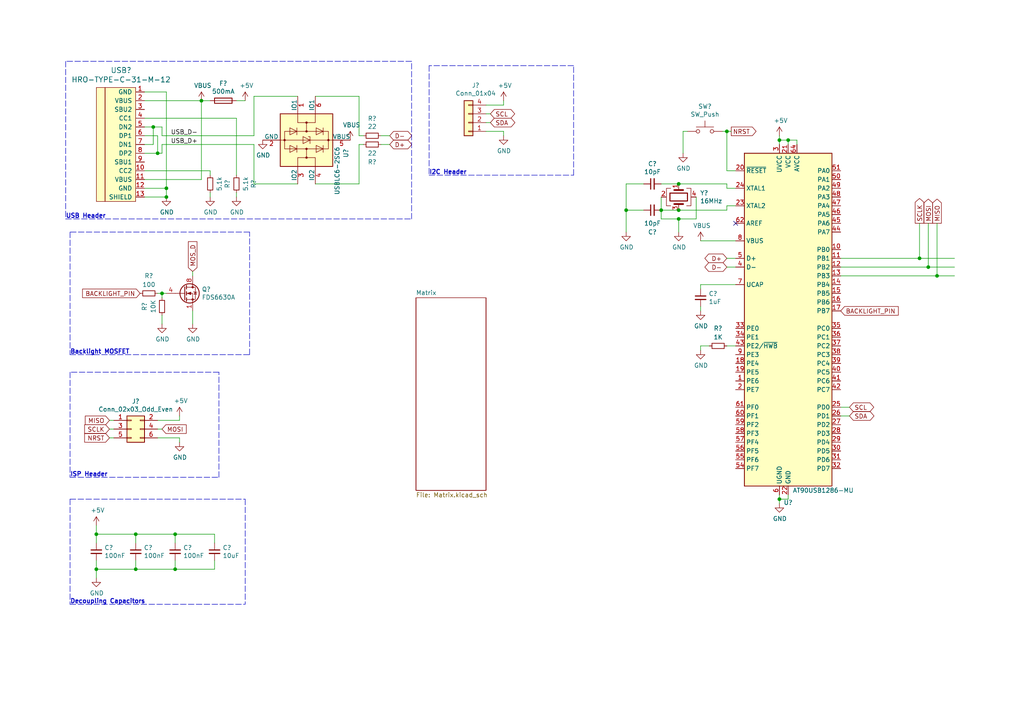
<source format=kicad_sch>
(kicad_sch (version 20211123) (generator eeschema)
  (paper "A4")
  (lib_symbols
    (symbol "Connector_Generic:Conn_01x04" (pin_names (offset 1.016) hide)
      (property "Reference" "J" (at 0 5.08 0))
      (property "Value" "Conn_01x04" (at 0 -7.62 0))
      (symbol "Conn_01x04_1_1"
        (rectangle (start -1.27 -4.953) (end 0 -5.207) (stroke (width 0.1524)))
        (rectangle (start -1.27 -2.413) (end 0 -2.667) (stroke (width 0.1524)))
        (rectangle (start -1.27 0.127) (end 0 -0.127) (stroke (width 0.1524)))
        (rectangle (start -1.27 2.667) (end 0 2.413) (stroke (width 0.1524)))
        (rectangle (start -1.27 3.81) (end 1.27 -6.35) (stroke (width 0.254)) (fill (type background)))
        (pin passive line (at -5.08 2.54 0) (length 3.81) (name "Pin_1") (number "1"))
        (pin passive line (at -5.08 0 0) (length 3.81) (name "Pin_2") (number "2"))
        (pin passive line (at -5.08 -2.54 0) (length 3.81) (name "Pin_3") (number "3"))
        (pin passive line (at -5.08 -5.08 0) (length 3.81) (name "Pin_4") (number "4"))
      )
    )
    (symbol "Connector_Generic:Conn_02x03_Odd_Even" (pin_names (offset 1.016) hide)
      (property "Reference" "J" (at 1.27 5.08 0))
      (property "Value" "Conn_02x03_Odd_Even" (at 1.27 -5.08 0))
      (symbol "Conn_02x03_Odd_Even_1_1"
        (rectangle (start -1.27 -2.413) (end 0 -2.667) (stroke (width 0.1524)))
        (rectangle (start -1.27 0.127) (end 0 -0.127) (stroke (width 0.1524)))
        (rectangle (start -1.27 2.667) (end 0 2.413) (stroke (width 0.1524)))
        (rectangle (start -1.27 3.81) (end 3.81 -3.81) (stroke (width 0.254)) (fill (type background)))
        (rectangle (start 3.81 -2.413) (end 2.54 -2.667) (stroke (width 0.1524)))
        (rectangle (start 3.81 0.127) (end 2.54 -0.127) (stroke (width 0.1524)))
        (rectangle (start 3.81 2.667) (end 2.54 2.413) (stroke (width 0.1524)))
        (pin passive line (at -5.08 2.54 0) (length 3.81) (name "Pin_1") (number "1"))
        (pin passive line (at 7.62 2.54 180) (length 3.81) (name "Pin_2") (number "2"))
        (pin passive line (at -5.08 0 0) (length 3.81) (name "Pin_3") (number "3"))
        (pin passive line (at 7.62 0 180) (length 3.81) (name "Pin_4") (number "4"))
        (pin passive line (at -5.08 -2.54 0) (length 3.81) (name "Pin_5") (number "5"))
        (pin passive line (at 7.62 -2.54 180) (length 3.81) (name "Pin_6") (number "6"))
      )
    )
    (symbol "Device:C_Small" (pin_numbers hide) (pin_names (offset 0.254) hide)
      (property "Reference" "C" (at 0.254 1.778 0))
      (property "Value" "C_Small" (at 0.254 -2.032 0))
      (symbol "C_Small_0_1"
        (polyline (pts (xy -1.524 -0.508) (xy 1.524 -0.508)) (stroke (width 0.3302)))
        (polyline (pts (xy -1.524 0.508) (xy 1.524 0.508)) (stroke (width 0.3048)))
      )
      (symbol "C_Small_1_1"
        (pin passive line (at 0 2.54 270) (length 2.032) (name "~") (number "1"))
        (pin passive line (at 0 -2.54 90) (length 2.032) (name "~") (number "2"))
      )
    )
    (symbol "Device:Crystal_GND24" (pin_names (offset 1.016) hide)
      (property "Reference" "Y" (at 3.175 5.08 0))
      (property "Value" "Crystal_GND24" (at 3.175 3.175 0))
      (symbol "Crystal_GND24_0_1"
        (rectangle (start -1.143 2.54) (end 1.143 -2.54) (stroke (width 0.3048)))
        (polyline (pts (xy -2.54 0) (xy -2.032 0)))
        (polyline (pts (xy -2.032 -1.27) (xy -2.032 1.27)) (stroke (width 0.508)))
        (polyline (pts (xy 0 -3.81) (xy 0 -3.556)))
        (polyline (pts (xy 0 3.556) (xy 0 3.81)))
        (polyline (pts (xy 2.032 -1.27) (xy 2.032 1.27)) (stroke (width 0.508)))
        (polyline (pts (xy 2.032 0) (xy 2.54 0)))
        (polyline (pts (xy -2.54 -2.286) (xy -2.54 -3.556) (xy 2.54 -3.556) (xy 2.54 -2.286)))
        (polyline (pts (xy -2.54 2.286) (xy -2.54 3.556) (xy 2.54 3.556) (xy 2.54 2.286)))
      )
      (symbol "Crystal_GND24_1_1"
        (pin passive line (at -3.81 0 0) (length 1.27) (name "1") (number "1"))
        (pin passive line (at 0 5.08 270) (length 1.27) (name "2") (number "2"))
        (pin passive line (at 3.81 0 180) (length 1.27) (name "3") (number "3"))
        (pin passive line (at 0 -5.08 90) (length 1.27) (name "4") (number "4"))
      )
    )
    (symbol "Device:Fuse" (pin_numbers hide) (pin_names (offset 0))
      (property "Reference" "F" (at 2.032 0 90))
      (property "Value" "Fuse" (at -1.905 0 90))
      (symbol "Fuse_0_1"
        (rectangle (start -0.762 -2.54) (end 0.762 2.54) (stroke (width 0.254)))
        (polyline (pts (xy 0 2.54) (xy 0 -2.54)))
      )
      (symbol "Fuse_1_1"
        (pin passive line (at 0 3.81 270) (length 1.27) (name "~") (number "1"))
        (pin passive line (at 0 -3.81 90) (length 1.27) (name "~") (number "2"))
      )
    )
    (symbol "Device:R_Small" (pin_numbers hide) (pin_names (offset 0.254) hide)
      (property "Reference" "R" (at 0.762 0.508 0))
      (property "Value" "R_Small" (at 0.762 -1.016 0))
      (symbol "R_Small_0_1"
        (rectangle (start -0.762 1.778) (end 0.762 -1.778) (stroke (width 0.2032)))
      )
      (symbol "R_Small_1_1"
        (pin passive line (at 0 2.54 270) (length 0.762) (name "~") (number "1"))
        (pin passive line (at 0 -2.54 90) (length 0.762) (name "~") (number "2"))
      )
    )
    (symbol "Switch:SW_Push" (pin_numbers hide) (pin_names (offset 1.016) hide)
      (property "Reference" "SW" (at 1.27 2.54 0))
      (property "Value" "SW_Push" (at 0 -1.524 0))
      (symbol "SW_Push_0_1"
        (circle (center -2.032 0) (radius 0.508))
        (polyline (pts (xy 0 1.27) (xy 0 3.048)))
        (polyline (pts (xy 2.54 1.27) (xy -2.54 1.27)))
        (circle (center 2.032 0) (radius 0.508))
        (pin passive line (at -5.08 0 0) (length 2.54) (name "1") (number "1"))
        (pin passive line (at 5.08 0 180) (length 2.54) (name "2") (number "2"))
      )
    )
    (symbol "Transistor_FET:FDS6630A" (pin_names hide)
      (property "Reference" "Q" (at 5.08 2.54 0))
      (property "Value" "FDS6630A" (at 5.08 0 0))
      (symbol "FDS6630A_0_1"
        (polyline (pts (xy 0.254 0) (xy -2.54 0)))
        (polyline (pts (xy 0.254 1.905) (xy 0.254 -1.905)) (stroke (width 0.254)))
        (polyline (pts (xy 0.762 -1.27) (xy 0.762 -2.286)) (stroke (width 0.254)))
        (polyline (pts (xy 0.762 0.508) (xy 0.762 -0.508)) (stroke (width 0.254)))
        (polyline (pts (xy 0.762 2.286) (xy 0.762 1.27)) (stroke (width 0.254)))
        (polyline (pts (xy 2.54 2.54) (xy 2.54 1.778)))
        (polyline (pts (xy 2.54 -2.54) (xy 2.54 0) (xy 0.762 0)))
        (polyline (pts (xy 0.762 -1.778) (xy 3.302 -1.778) (xy 3.302 1.778) (xy 0.762 1.778)))
        (polyline (pts (xy 1.016 0) (xy 2.032 0.381) (xy 2.032 -0.381) (xy 1.016 0)) (fill (type outline)))
        (polyline (pts (xy 2.794 0.508) (xy 2.921 0.381) (xy 3.683 0.381) (xy 3.81 0.254)))
        (polyline (pts (xy 3.302 0.381) (xy 2.921 -0.254) (xy 3.683 -0.254) (xy 3.302 0.381)))
        (circle (center 1.651 0) (radius 2.794) (stroke (width 0.254)))
        (circle (center 2.54 -1.778) (radius 0.254) (fill (type outline)))
        (circle (center 2.54 1.778) (radius 0.254) (fill (type outline)))
      )
      (symbol "FDS6630A_1_1"
        (pin passive line (at 2.54 -5.08 90) (length 2.54) (name "S") (number "1"))
        (pin passive line (at 2.54 -5.08 90) (length 2.54) hide (name "S") (number "2"))
        (pin passive line (at 2.54 -5.08 90) (length 2.54) hide (name "S") (number "3"))
        (pin input line (at -5.08 0 0) (length 2.54) (name "G") (number "4"))
        (pin passive line (at 2.54 5.08 270) (length 2.54) hide (name "D") (number "5"))
        (pin passive line (at 2.54 5.08 270) (length 2.54) hide (name "D") (number "6"))
        (pin passive line (at 2.54 5.08 270) (length 2.54) hide (name "D") (number "7"))
        (pin passive line (at 2.54 5.08 270) (length 2.54) (name "D") (number "8"))
      )
    )
    (symbol "Type-C:HRO-TYPE-C-31-M-12" (pin_names (offset 1.016))
      (property "Reference" "USB" (at -5.08 16.51 0))
      (property "Value" "HRO-TYPE-C-31-M-12" (at -10.16 -1.27 90))
      (symbol "HRO-TYPE-C-31-M-12_0_1"
        (rectangle (start -11.43 15.24) (end -8.89 -17.78) (fill (type background)))
        (rectangle (start 0 -17.78) (end -8.89 15.24) (fill (type background)))
      )
      (symbol "HRO-TYPE-C-31-M-12_1_1"
        (pin input line (at 2.54 13.97 180) (length 2.54) (name "GND") (number "1"))
        (pin input line (at 2.54 -8.89 180) (length 2.54) (name "CC2") (number "10"))
        (pin input line (at 2.54 -11.43 180) (length 2.54) (name "VBUS") (number "11"))
        (pin input line (at 2.54 -13.97 180) (length 2.54) (name "GND") (number "12"))
        (pin input line (at 2.54 -16.51 180) (length 2.54) (name "SHIELD") (number "13"))
        (pin input line (at 2.54 11.43 180) (length 2.54) (name "VBUS") (number "2"))
        (pin input line (at 2.54 8.89 180) (length 2.54) (name "SBU2") (number "3"))
        (pin input line (at 2.54 6.35 180) (length 2.54) (name "CC1") (number "4"))
        (pin input line (at 2.54 3.81 180) (length 2.54) (name "DN2") (number "5"))
        (pin input line (at 2.54 1.27 180) (length 2.54) (name "DP1") (number "6"))
        (pin input line (at 2.54 -1.27 180) (length 2.54) (name "DN1") (number "7"))
        (pin input line (at 2.54 -3.81 180) (length 2.54) (name "DP2") (number "8"))
        (pin input line (at 2.54 -6.35 180) (length 2.54) (name "SBU1") (number "9"))
      )
    )
    (symbol "at90usb1286_kicad_template-rescue:AT90USB1286-MU-MCU_Microchip_AVR"
      (property "Reference" "U" (at -12.7 49.53 0))
      (property "Value" "AT90USB1286-MU-MCU_Microchip_AVR" (at 2.54 -49.53 0))
      (symbol "AT90USB1286-MU-MCU_Microchip_AVR_0_1"
        (rectangle (start -12.7 -48.26) (end 12.7 48.26) (stroke (width 0.254)) (fill (type background)))
      )
      (symbol "AT90USB1286-MU-MCU_Microchip_AVR_1_1"
        (pin tri_state line (at -15.24 -17.78 0) (length 2.54) (name "PE6") (number "1"))
        (pin tri_state line (at 15.24 20.32 180) (length 2.54) (name "PB0") (number "10"))
        (pin tri_state line (at 15.24 17.78 180) (length 2.54) (name "PB1") (number "11"))
        (pin tri_state line (at 15.24 15.24 180) (length 2.54) (name "PB2") (number "12"))
        (pin tri_state line (at 15.24 12.7 180) (length 2.54) (name "PB3") (number "13"))
        (pin tri_state line (at 15.24 10.16 180) (length 2.54) (name "PB4") (number "14"))
        (pin tri_state line (at 15.24 7.62 180) (length 2.54) (name "PB5") (number "15"))
        (pin tri_state line (at 15.24 5.08 180) (length 2.54) (name "PB6") (number "16"))
        (pin tri_state line (at 15.24 2.54 180) (length 2.54) (name "PB7") (number "17"))
        (pin tri_state line (at -15.24 -12.7 0) (length 2.54) (name "PE4") (number "18"))
        (pin tri_state line (at -15.24 -15.24 0) (length 2.54) (name "PE5") (number "19"))
        (pin tri_state line (at -15.24 -20.32 0) (length 2.54) (name "PE7") (number "2"))
        (pin input line (at -15.24 43.18 0) (length 2.54) (name "~{RESET}") (number "20"))
        (pin power_in line (at 0 50.8 270) (length 2.54) (name "VCC") (number "21"))
        (pin power_in line (at 0 -50.8 90) (length 2.54) (name "GND") (number "22"))
        (pin output line (at -15.24 33.02 0) (length 2.54) (name "XTAL2") (number "23"))
        (pin input line (at -15.24 38.1 0) (length 2.54) (name "XTAL1") (number "24"))
        (pin tri_state line (at 15.24 -25.4 180) (length 2.54) (name "PD0") (number "25"))
        (pin tri_state line (at 15.24 -27.94 180) (length 2.54) (name "PD1") (number "26"))
        (pin tri_state line (at 15.24 -30.48 180) (length 2.54) (name "PD2") (number "27"))
        (pin tri_state line (at 15.24 -33.02 180) (length 2.54) (name "PD3") (number "28"))
        (pin tri_state line (at 15.24 -35.56 180) (length 2.54) (name "PD4") (number "29"))
        (pin power_in line (at -2.54 50.8 270) (length 2.54) (name "UVCC") (number "3"))
        (pin tri_state line (at 15.24 -38.1 180) (length 2.54) (name "PD5") (number "30"))
        (pin tri_state line (at 15.24 -40.64 180) (length 2.54) (name "PD6") (number "31"))
        (pin tri_state line (at 15.24 -43.18 180) (length 2.54) (name "PD7") (number "32"))
        (pin tri_state line (at -15.24 -2.54 0) (length 2.54) (name "PE0") (number "33"))
        (pin tri_state line (at -15.24 -5.08 0) (length 2.54) (name "PE1") (number "34"))
        (pin tri_state line (at 15.24 -2.54 180) (length 2.54) (name "PC0") (number "35"))
        (pin tri_state line (at 15.24 -5.08 180) (length 2.54) (name "PC1") (number "36"))
        (pin tri_state line (at 15.24 -7.62 180) (length 2.54) (name "PC2") (number "37"))
        (pin tri_state line (at 15.24 -10.16 180) (length 2.54) (name "PC3") (number "38"))
        (pin tri_state line (at 15.24 -12.7 180) (length 2.54) (name "PC4") (number "39"))
        (pin bidirectional line (at -15.24 15.24 0) (length 2.54) (name "D-") (number "4"))
        (pin tri_state line (at 15.24 -15.24 180) (length 2.54) (name "PC5") (number "40"))
        (pin tri_state line (at 15.24 -17.78 180) (length 2.54) (name "PC6") (number "41"))
        (pin tri_state line (at 15.24 -20.32 180) (length 2.54) (name "PC7") (number "42"))
        (pin tri_state line (at -15.24 -7.62 0) (length 2.54) (name "PE2/~{HWB}") (number "43"))
        (pin tri_state line (at 15.24 25.4 180) (length 2.54) (name "PA7") (number "44"))
        (pin tri_state line (at 15.24 27.94 180) (length 2.54) (name "PA6") (number "45"))
        (pin tri_state line (at 15.24 30.48 180) (length 2.54) (name "PA5") (number "46"))
        (pin tri_state line (at 15.24 33.02 180) (length 2.54) (name "PA4") (number "47"))
        (pin tri_state line (at 15.24 35.56 180) (length 2.54) (name "PA3") (number "48"))
        (pin tri_state line (at 15.24 38.1 180) (length 2.54) (name "PA2") (number "49"))
        (pin bidirectional line (at -15.24 17.78 0) (length 2.54) (name "D+") (number "5"))
        (pin tri_state line (at 15.24 40.64 180) (length 2.54) (name "PA1") (number "50"))
        (pin tri_state line (at 15.24 43.18 180) (length 2.54) (name "PA0") (number "51"))
        (pin passive line (at 0 50.8 270) (length 2.54) hide (name "VCC") (number "52"))
        (pin passive line (at 0 -50.8 90) (length 2.54) hide (name "GND") (number "53"))
        (pin tri_state line (at -15.24 -43.18 0) (length 2.54) (name "PF7") (number "54"))
        (pin tri_state line (at -15.24 -40.64 0) (length 2.54) (name "PF6") (number "55"))
        (pin tri_state line (at -15.24 -38.1 0) (length 2.54) (name "PF5") (number "56"))
        (pin tri_state line (at -15.24 -35.56 0) (length 2.54) (name "PF4") (number "57"))
        (pin tri_state line (at -15.24 -33.02 0) (length 2.54) (name "PF3") (number "58"))
        (pin tri_state line (at -15.24 -30.48 0) (length 2.54) (name "PF2") (number "59"))
        (pin power_in line (at -2.54 -50.8 90) (length 2.54) (name "UGND") (number "6"))
        (pin tri_state line (at -15.24 -27.94 0) (length 2.54) (name "PF1") (number "60"))
        (pin tri_state line (at -15.24 -25.4 0) (length 2.54) (name "PF0") (number "61"))
        (pin passive line (at -15.24 27.94 0) (length 2.54) (name "AREF") (number "62"))
        (pin passive line (at 0 -50.8 90) (length 2.54) hide (name "GND") (number "63"))
        (pin power_in line (at 2.54 50.8 270) (length 2.54) (name "AVCC") (number "64"))
        (pin passive line (at 0 -50.8 90) (length 2.54) hide (name "GND") (number "65"))
        (pin passive line (at -15.24 10.16 0) (length 2.54) (name "UCAP") (number "7"))
        (pin input line (at -15.24 22.86 0) (length 2.54) (name "VBUS") (number "8"))
        (pin tri_state line (at -15.24 -10.16 0) (length 2.54) (name "PE3") (number "9"))
      )
    )
    (symbol "at90usb1286_kicad_template-rescue:USBLC6-2SC6-Power_Protection" (pin_names (offset 0))
      (property "Reference" "U" (at 5.08 8.89 0))
      (property "Value" "USBLC6-2SC6-Power_Protection" (at 10.16 -10.16 0))
      (symbol "USBLC6-2SC6-Power_Protection_0_1"
        (rectangle (start -7.62 -7.62) (end 7.62 7.62) (stroke (width 0.254)) (fill (type background)))
        (circle (center -5.08 0) (radius 0.254) (fill (type outline)))
        (circle (center -2.54 0) (radius 0.254) (fill (type outline)))
        (rectangle (start -2.54 6.35) (end 2.54 -6.35))
        (circle (center 0 -6.35) (radius 0.254) (fill (type outline)))
        (polyline (pts (xy -5.08 -2.54) (xy -7.62 -2.54)))
        (polyline (pts (xy -5.08 0) (xy -5.08 -2.54)))
        (polyline (pts (xy -5.08 2.54) (xy -7.62 2.54)))
        (polyline (pts (xy -1.524 -2.794) (xy -3.556 -2.794)))
        (polyline (pts (xy -1.524 4.826) (xy -3.556 4.826)))
        (polyline (pts (xy 0 -7.62) (xy 0 -6.35)))
        (polyline (pts (xy 0 -6.35) (xy 0 1.27)))
        (polyline (pts (xy 0 1.27) (xy 0 6.35)))
        (polyline (pts (xy 0 6.35) (xy 0 7.62)))
        (polyline (pts (xy 1.524 -2.794) (xy 3.556 -2.794)))
        (polyline (pts (xy 1.524 4.826) (xy 3.556 4.826)))
        (polyline (pts (xy 5.08 -2.54) (xy 7.62 -2.54)))
        (polyline (pts (xy 5.08 0) (xy 5.08 -2.54)))
        (polyline (pts (xy 5.08 2.54) (xy 7.62 2.54)))
        (polyline (pts (xy -2.54 0) (xy -5.08 0) (xy -5.08 2.54)))
        (polyline (pts (xy 2.54 0) (xy 5.08 0) (xy 5.08 2.54)))
        (polyline (pts (xy -3.556 -4.826) (xy -1.524 -4.826) (xy -2.54 -2.794) (xy -3.556 -4.826)))
        (polyline (pts (xy -3.556 2.794) (xy -1.524 2.794) (xy -2.54 4.826) (xy -3.556 2.794)))
        (polyline (pts (xy -1.016 -1.016) (xy 1.016 -1.016) (xy 0 1.016) (xy -1.016 -1.016)))
        (polyline (pts (xy 1.016 1.016) (xy 0.762 1.016) (xy -1.016 1.016) (xy -1.016 0.508)))
        (polyline (pts (xy 3.556 -4.826) (xy 1.524 -4.826) (xy 2.54 -2.794) (xy 3.556 -4.826)))
        (polyline (pts (xy 3.556 2.794) (xy 1.524 2.794) (xy 2.54 4.826) (xy 3.556 2.794)))
        (circle (center 0 6.35) (radius 0.254) (fill (type outline)))
        (circle (center 2.54 0) (radius 0.254) (fill (type outline)))
        (circle (center 5.08 0) (radius 0.254) (fill (type outline)))
      )
      (symbol "USBLC6-2SC6-Power_Protection_1_1"
        (pin passive line (at -12.7 -2.54 0) (length 5.08) (name "IO1") (number "1"))
        (pin passive line (at 0 -12.7 90) (length 5.08) (name "GND") (number "2"))
        (pin passive line (at 12.7 -2.54 180) (length 5.08) (name "IO2") (number "3"))
        (pin passive line (at 12.7 2.54 180) (length 5.08) (name "IO2") (number "4"))
        (pin passive line (at 0 12.7 270) (length 5.08) (name "VBUS") (number "5"))
        (pin passive line (at -12.7 2.54 0) (length 5.08) (name "IO1") (number "6"))
      )
    )
    (symbol "power:+5V" (power) (pin_names (offset 0))
      (property "Value" "+5V" (at 0 3.556 0))
      (symbol "+5V_0_1"
        (polyline (pts (xy -0.762 1.27) (xy 0 2.54)))
        (polyline (pts (xy 0 0) (xy 0 2.54)))
        (polyline (pts (xy 0 2.54) (xy 0.762 1.27)))
      )
      (symbol "+5V_1_1"
        (pin power_in line (at 0 0 90) (length 0) hide (name "+5V") (number "1"))
      )
    )
    (symbol "power:GND" (power) (pin_names (offset 0))
      (property "Value" "GND" (at 0 -3.81 0))
      (symbol "GND_0_1"
        (polyline (pts (xy 0 0) (xy 0 -1.27) (xy 1.27 -1.27) (xy 0 -2.54) (xy -1.27 -1.27) (xy 0 -1.27)))
      )
      (symbol "GND_1_1"
        (pin power_in line (at 0 0 270) (length 0) hide (name "GND") (number "1"))
      )
    )
    (symbol "power:VBUS" (power) (pin_names (offset 0))
      (property "Value" "VBUS" (at 0 3.81 0))
      (symbol "VBUS_0_1"
        (polyline (pts (xy -0.762 1.27) (xy 0 2.54)))
        (polyline (pts (xy 0 0) (xy 0 2.54)))
        (polyline (pts (xy 0 2.54) (xy 0.762 1.27)))
      )
      (symbol "VBUS_1_1"
        (pin power_in line (at 0 0 90) (length 0) hide (name "VBUS") (number "1"))
      )
    )
  )
  (junction (at 39.37 154.94))
  (junction (at 27.94 165.1))
  (junction (at 196.85 63.5))
  (junction (at 210.82 38.1))
  (junction (at 196.85 60.96))
  (junction (at 266.7 74.93))
  (junction (at 48.26 54.61))
  (junction (at 48.26 57.15))
  (junction (at 269.24 77.47))
  (junction (at 226.06 40.64))
  (junction (at 271.78 80.01))
  (junction (at 226.06 144.78))
  (junction (at 181.61 60.96))
  (junction (at 44.45 36.83))
  (junction (at 196.85 53.34))
  (junction (at 39.37 165.1))
  (junction (at 45.72 44.45))
  (junction (at 58.42 29.21))
  (junction (at 50.8 154.94))
  (junction (at 27.94 154.94))
  (junction (at 191.77 60.96))
  (junction (at 50.8 165.1))
  (junction (at 228.6 40.64))
  (junction (at 46.99 85.09))
  (no_connect (at 213.36 64.77))
  (wire (pts (xy 226.06 143.51) (xy 226.06 144.78)))
  (wire (pts (xy 203.2 83.82) (xy 203.2 82.55)))
  (wire (pts (xy 45.72 124.46) (xy 46.99 124.46)))
  (wire (pts (xy 46.99 85.09) (xy 48.26 85.09)))
  (wire (pts (xy 228.6 40.64) (xy 231.14 40.64)))
  (wire (pts (xy 27.94 165.1) (xy 27.94 167.64)))
  (wire (pts (xy 142.24 33.02) (xy 140.97 33.02)))
  (wire (pts (xy 41.91 52.07) (xy 58.42 52.07)))
  (wire (pts (xy 271.78 80.01) (xy 276.86 80.01)))
  (wire (pts (xy 196.85 63.5) (xy 201.93 63.5)))
  (wire (pts (xy 73.66 27.94) (xy 86.36 27.94)))
  (wire (pts (xy 27.94 152.4) (xy 27.94 154.94)))
  (wire (pts (xy 210.82 53.34) (xy 210.82 54.61)))
  (wire (pts (xy 68.58 50.8) (xy 68.58 34.29)))
  (wire (pts (xy 104.14 27.94) (xy 104.14 39.37)))
  (wire (pts (xy 210.82 77.47) (xy 213.36 77.47)))
  (polyline (pts (xy 124.46 50.8) (xy 166.37 50.8)))
  (wire (pts (xy 226.06 144.78) (xy 226.06 146.05)))
  (wire (pts (xy 210.82 49.53) (xy 213.36 49.53)))
  (wire (pts (xy 203.2 82.55) (xy 213.36 82.55)))
  (wire (pts (xy 50.8 165.1) (xy 62.23 165.1)))
  (wire (pts (xy 39.37 162.56) (xy 39.37 165.1)))
  (wire (pts (xy 46.99 41.91) (xy 46.99 44.45)))
  (wire (pts (xy 27.94 154.94) (xy 39.37 154.94)))
  (wire (pts (xy 198.12 38.1) (xy 199.39 38.1)))
  (wire (pts (xy 73.66 41.91) (xy 73.66 53.34)))
  (polyline (pts (xy 119.38 17.78) (xy 19.05 17.78)))
  (wire (pts (xy 41.91 41.91) (xy 44.45 41.91)))
  (wire (pts (xy 50.8 154.94) (xy 50.8 157.48)))
  (wire (pts (xy 191.77 57.15) (xy 191.77 60.96)))
  (wire (pts (xy 210.82 60.96) (xy 210.82 59.69)))
  (wire (pts (xy 41.91 36.83) (xy 44.45 36.83)))
  (wire (pts (xy 27.94 157.48) (xy 27.94 154.94)))
  (wire (pts (xy 31.75 124.46) (xy 33.02 124.46)))
  (wire (pts (xy 246.38 120.65) (xy 243.84 120.65)))
  (wire (pts (xy 196.85 60.96) (xy 210.82 60.96)))
  (polyline (pts (xy 124.46 19.05) (xy 124.46 50.8)))
  (wire (pts (xy 62.23 165.1) (xy 62.23 162.56)))
  (polyline (pts (xy 63.5 138.43) (xy 63.5 107.95)))
  (polyline (pts (xy 20.32 144.78) (xy 20.32 175.26)))
  (wire (pts (xy 231.14 40.64) (xy 231.14 41.91)))
  (polyline (pts (xy 20.32 67.31) (xy 20.32 102.87)))
  (wire (pts (xy 44.45 41.91) (xy 44.45 36.83)))
  (polyline (pts (xy 20.32 138.43) (xy 63.5 138.43)))
  (wire (pts (xy 243.84 77.47) (xy 269.24 77.47)))
  (wire (pts (xy 46.99 86.36) (xy 46.99 85.09)))
  (wire (pts (xy 45.72 44.45) (xy 41.91 44.45)))
  (wire (pts (xy 196.85 67.31) (xy 196.85 63.5)))
  (wire (pts (xy 226.06 40.64) (xy 226.06 41.91)))
  (wire (pts (xy 209.55 38.1) (xy 210.82 38.1)))
  (polyline (pts (xy 19.05 17.78) (xy 19.05 63.5)))
  (wire (pts (xy 191.77 53.34) (xy 196.85 53.34)))
  (wire (pts (xy 210.82 38.1) (xy 210.82 49.53)))
  (polyline (pts (xy 119.38 63.5) (xy 119.38 17.78)))
  (wire (pts (xy 68.58 34.29) (xy 41.91 34.29)))
  (wire (pts (xy 39.37 154.94) (xy 39.37 157.48)))
  (wire (pts (xy 45.72 44.45) (xy 45.72 39.37)))
  (wire (pts (xy 186.69 53.34) (xy 181.61 53.34)))
  (wire (pts (xy 104.14 41.91) (xy 105.41 41.91)))
  (polyline (pts (xy 20.32 102.87) (xy 72.39 102.87)))
  (wire (pts (xy 210.82 54.61) (xy 213.36 54.61)))
  (wire (pts (xy 266.7 64.77) (xy 266.7 74.93)))
  (wire (pts (xy 31.75 121.92) (xy 33.02 121.92)))
  (wire (pts (xy 113.03 39.37) (xy 110.49 39.37)))
  (wire (pts (xy 39.37 165.1) (xy 27.94 165.1)))
  (wire (pts (xy 226.06 40.64) (xy 228.6 40.64)))
  (wire (pts (xy 142.24 35.56) (xy 140.97 35.56)))
  (wire (pts (xy 181.61 60.96) (xy 181.61 67.31)))
  (wire (pts (xy 226.06 144.78) (xy 228.6 144.78)))
  (wire (pts (xy 58.42 29.21) (xy 60.96 29.21)))
  (wire (pts (xy 52.07 127) (xy 52.07 128.27)))
  (polyline (pts (xy 20.32 144.78) (xy 71.12 144.78)))
  (wire (pts (xy 45.72 121.92) (xy 52.07 121.92)))
  (wire (pts (xy 104.14 53.34) (xy 91.44 53.34)))
  (wire (pts (xy 104.14 39.37) (xy 105.41 39.37)))
  (wire (pts (xy 210.82 74.93) (xy 213.36 74.93)))
  (wire (pts (xy 50.8 162.56) (xy 50.8 165.1)))
  (wire (pts (xy 73.66 53.34) (xy 86.36 53.34)))
  (wire (pts (xy 203.2 88.9) (xy 203.2 90.17)))
  (wire (pts (xy 140.97 30.48) (xy 146.05 30.48)))
  (wire (pts (xy 46.99 44.45) (xy 45.72 44.45)))
  (wire (pts (xy 60.96 50.8) (xy 60.96 49.53)))
  (wire (pts (xy 44.45 36.83) (xy 46.99 36.83)))
  (wire (pts (xy 243.84 118.11) (xy 246.38 118.11)))
  (wire (pts (xy 205.74 100.33) (xy 203.2 100.33)))
  (polyline (pts (xy 20.32 107.95) (xy 20.32 138.43)))
  (wire (pts (xy 27.94 165.1) (xy 27.94 162.56)))
  (wire (pts (xy 41.91 54.61) (xy 48.26 54.61)))
  (wire (pts (xy 46.99 41.91) (xy 73.66 41.91)))
  (wire (pts (xy 191.77 63.5) (xy 196.85 63.5)))
  (wire (pts (xy 243.84 74.93) (xy 266.7 74.93)))
  (wire (pts (xy 266.7 74.93) (xy 276.86 74.93)))
  (wire (pts (xy 46.99 36.83) (xy 46.99 39.37)))
  (wire (pts (xy 212.09 38.1) (xy 210.82 38.1)))
  (wire (pts (xy 73.66 27.94) (xy 73.66 39.37)))
  (wire (pts (xy 191.77 60.96) (xy 196.85 60.96)))
  (wire (pts (xy 41.91 29.21) (xy 58.42 29.21)))
  (polyline (pts (xy 72.39 67.31) (xy 20.32 67.31)))
  (wire (pts (xy 146.05 38.1) (xy 146.05 39.37)))
  (wire (pts (xy 104.14 41.91) (xy 104.14 53.34)))
  (wire (pts (xy 269.24 77.47) (xy 269.24 64.77)))
  (polyline (pts (xy 63.5 107.95) (xy 20.32 107.95)))
  (wire (pts (xy 41.91 57.15) (xy 48.26 57.15)))
  (wire (pts (xy 48.26 54.61) (xy 48.26 26.67)))
  (polyline (pts (xy 166.37 50.8) (xy 166.37 19.05)))
  (wire (pts (xy 68.58 29.21) (xy 71.12 29.21)))
  (wire (pts (xy 104.14 27.94) (xy 91.44 27.94)))
  (wire (pts (xy 68.58 55.88) (xy 68.58 57.15)))
  (wire (pts (xy 58.42 52.07) (xy 58.42 29.21)))
  (wire (pts (xy 198.12 44.45) (xy 198.12 38.1)))
  (wire (pts (xy 186.69 60.96) (xy 181.61 60.96)))
  (wire (pts (xy 62.23 154.94) (xy 62.23 157.48)))
  (wire (pts (xy 52.07 121.92) (xy 52.07 120.65)))
  (wire (pts (xy 140.97 38.1) (xy 146.05 38.1)))
  (wire (pts (xy 45.72 39.37) (xy 41.91 39.37)))
  (wire (pts (xy 203.2 69.85) (xy 213.36 69.85)))
  (wire (pts (xy 45.72 127) (xy 52.07 127)))
  (wire (pts (xy 48.26 26.67) (xy 41.91 26.67)))
  (wire (pts (xy 226.06 39.37) (xy 226.06 40.64)))
  (polyline (pts (xy 166.37 19.05) (xy 124.46 19.05)))
  (wire (pts (xy 50.8 165.1) (xy 39.37 165.1)))
  (wire (pts (xy 46.99 39.37) (xy 73.66 39.37)))
  (wire (pts (xy 228.6 40.64) (xy 228.6 41.91)))
  (wire (pts (xy 48.26 54.61) (xy 48.26 57.15)))
  (wire (pts (xy 31.75 127) (xy 33.02 127)))
  (polyline (pts (xy 71.12 144.78) (xy 71.12 175.26)))
  (wire (pts (xy 146.05 30.48) (xy 146.05 29.21)))
  (wire (pts (xy 110.49 41.91) (xy 113.03 41.91)))
  (wire (pts (xy 55.88 90.17) (xy 55.88 93.98)))
  (polyline (pts (xy 20.32 175.26) (xy 71.12 175.26)))
  (polyline (pts (xy 19.05 63.5) (xy 119.38 63.5)))
  (wire (pts (xy 60.96 49.53) (xy 41.91 49.53)))
  (wire (pts (xy 55.88 78.74) (xy 55.88 80.01)))
  (polyline (pts (xy 72.39 102.87) (xy 72.39 67.31)))
  (wire (pts (xy 271.78 80.01) (xy 271.78 64.77)))
  (wire (pts (xy 243.84 80.01) (xy 271.78 80.01)))
  (wire (pts (xy 201.93 63.5) (xy 201.93 57.15)))
  (wire (pts (xy 60.96 55.88) (xy 60.96 57.15)))
  (wire (pts (xy 181.61 53.34) (xy 181.61 60.96)))
  (wire (pts (xy 196.85 53.34) (xy 210.82 53.34)))
  (wire (pts (xy 228.6 144.78) (xy 228.6 143.51)))
  (wire (pts (xy 45.72 85.09) (xy 46.99 85.09)))
  (wire (pts (xy 210.82 59.69) (xy 213.36 59.69)))
  (wire (pts (xy 191.77 60.96) (xy 191.77 63.5)))
  (wire (pts (xy 46.99 91.44) (xy 46.99 93.98)))
  (wire (pts (xy 203.2 100.33) (xy 203.2 101.6)))
  (wire (pts (xy 50.8 154.94) (xy 62.23 154.94)))
  (wire (pts (xy 269.24 77.47) (xy 276.86 77.47)))
  (wire (pts (xy 210.82 100.33) (xy 213.36 100.33)))
  (wire (pts (xy 39.37 154.94) (xy 50.8 154.94)))
  (text "ISP Header" (at 20.32 138.43 0) (effects (font (size 1.27 1.27) (thickness 0.254) bold) (justify left bottom)))
  (text "Backlight MOSFET" (at 20.32 102.87 0) (effects (font (size 1.27 1.27) (thickness 0.254) bold) (justify left bottom)))
  (text "USB Header" (at 19.05 63.5 0) (effects (font (size 1.27 1.27) (thickness 0.254) bold) (justify left bottom)))
  (text "I2C Header" (at 124.46 50.8 0) (effects (font (size 1.27 1.27) (thickness 0.254) bold) (justify left bottom)))
  (text "Decoupling Capacitors" (at 20.32 175.26 0) (effects (font (size 1.27 1.27) (thickness 0.254) bold) (justify left bottom)))
  (label "USB_D-" (at 49.53 39.37 0))
  (label "USB_D+" (at 49.53 41.91 0))
  (global_label "NRST" (shape input) (at 31.75 127 180) (property "Intersheet References" "${INTERSHEET_REFS}" (effects hide)))
  (global_label "D-" (shape bidirectional) (at 210.82 77.47 180) (property "Intersheet References" "${INTERSHEET_REFS}" (effects hide)))
  (global_label "SCL" (shape bidirectional) (at 142.24 33.02 0) (property "Intersheet References" "${INTERSHEET_REFS}" (effects hide)))
  (global_label "D-" (shape bidirectional) (at 113.03 39.37 0) (property "Intersheet References" "${INTERSHEET_REFS}" (effects hide)))
  (global_label "SDA" (shape bidirectional) (at 246.38 120.65 0) (property "Intersheet References" "${INTERSHEET_REFS}" (effects hide)))
  (global_label "SCLK" (shape output) (at 266.7 64.77 90) (property "Intersheet References" "${INTERSHEET_REFS}" (effects hide)))
  (global_label "D+" (shape bidirectional) (at 113.03 41.91 0) (property "Intersheet References" "${INTERSHEET_REFS}" (effects hide)))
  (global_label "SDA" (shape bidirectional) (at 142.24 35.56 0) (property "Intersheet References" "${INTERSHEET_REFS}" (effects hide)))
  (global_label "NRST" (shape output) (at 212.09 38.1 0) (property "Intersheet References" "${INTERSHEET_REFS}" (effects hide)))
  (global_label "SCL" (shape bidirectional) (at 246.38 118.11 0) (property "Intersheet References" "${INTERSHEET_REFS}" (effects hide)))
  (global_label "BACKLIGHT_PIN" (shape input) (at 243.84 90.17 0) (property "Intersheet References" "${INTERSHEET_REFS}" (effects hide)))
  (global_label "BACKLIGHT_PIN" (shape input) (at 40.64 85.09 180) (property "Intersheet References" "${INTERSHEET_REFS}" (effects hide)))
  (global_label "SCLK" (shape input) (at 31.75 124.46 180) (property "Intersheet References" "${INTERSHEET_REFS}" (effects hide)))
  (global_label "MISO" (shape output) (at 271.78 64.77 90) (property "Intersheet References" "${INTERSHEET_REFS}" (effects hide)))
  (global_label "D+" (shape bidirectional) (at 210.82 74.93 180) (property "Intersheet References" "${INTERSHEET_REFS}" (effects hide)))
  (global_label "MOSI" (shape output) (at 269.24 64.77 90) (property "Intersheet References" "${INTERSHEET_REFS}" (effects hide)))
  (global_label "MOS_D" (shape input) (at 55.88 78.74 90) (property "Intersheet References" "${INTERSHEET_REFS}" (effects hide)))
  (global_label "MISO" (shape input) (at 31.75 121.92 180) (property "Intersheet References" "${INTERSHEET_REFS}" (effects hide)))
  (global_label "MOSI" (shape input) (at 46.99 124.46 0) (property "Intersheet References" "${INTERSHEET_REFS}" (effects hide)))
  (symbol (lib_id "power:+5V") (at 226.06 39.37 0) (unit 1)
    (property "Reference" "#PWR?" (effects hide))
    (property "Value" "+5V" (at 226.441 34.9758 0))
  )
  (symbol (lib_id "power:VBUS") (at 58.42 29.21 0) (unit 1)
    (property "Reference" "#PWR?" (effects hide))
    (property "Value" "VBUS" (at 58.801 24.8158 0))
  )
  (symbol (lib_id "Device:Fuse") (at 64.77 29.21 270) (unit 1)
    (property "Reference" "F?" (at 64.77 24.2062 90))
    (property "Value" "500mA" (at 64.77 26.5176 90))
    (property "Footprint" "Fuse:Fuse_1206_3216Metric" (effects hide))
  )
  (symbol (lib_id "power:+5V") (at 71.12 29.21 0) (unit 1)
    (property "Reference" "#PWR?" (effects hide))
    (property "Value" "+5V" (at 71.501 24.8158 0))
  )
  (symbol (lib_id "Device:R_Small") (at 107.95 39.37 270) (unit 1)
    (property "Reference" "R?" (at 107.95 34.3916 90))
    (property "Value" "22" (at 107.95 36.703 90))
    (property "Footprint" "Resistor_SMD:R_0603_1608Metric" (effects hide))
  )
  (symbol (lib_id "Device:R_Small") (at 107.95 41.91 90) (mirror x) (unit 1)
    (property "Reference" "R?" (at 107.95 46.99 90))
    (property "Value" "22" (at 107.95 44.45 90))
    (property "Footprint" "Resistor_SMD:R_0603_1608Metric" (effects hide))
  )
  (symbol (lib_id "power:GND") (at 48.26 57.15 0) (unit 1)
    (property "Reference" "#PWR?" (effects hide))
    (property "Value" "GND" (at 48.387 61.5442 0))
  )
  (symbol (lib_id "Device:C_Small") (at 203.2 86.36 0) (unit 1)
    (property "Reference" "C?" (at 205.5368 85.1916 0) (effects (justify left)))
    (property "Value" "1uF" (at 205.5368 87.503 0) (effects (justify left)))
    (property "Footprint" "Capacitor_SMD:C_0805_2012Metric" (effects hide))
  )
  (symbol (lib_id "power:GND") (at 203.2 90.17 0) (unit 1)
    (property "Reference" "#PWR?" (effects hide))
    (property "Value" "GND" (at 203.327 94.5642 0))
  )
  (symbol (lib_id "power:GND") (at 226.06 146.05 0) (unit 1)
    (property "Reference" "#PWR?" (effects hide))
    (property "Value" "GND" (at 226.187 150.4442 0))
  )
  (symbol (lib_id "power:VBUS") (at 203.2 69.85 0) (unit 1)
    (property "Reference" "#PWR?" (effects hide))
    (property "Value" "VBUS" (at 203.581 65.4558 0))
  )
  (symbol (lib_id "Device:Crystal_GND24") (at 196.85 57.15 90) (mirror x) (unit 1)
    (property "Reference" "Y?" (at 203.0476 55.9816 90) (effects (justify right)))
    (property "Value" "16MHz" (at 203.0476 58.293 90) (effects (justify right)))
    (property "Footprint" "Crystal:Crystal_SMD_3225-4Pin_3.2x2.5mm" (effects hide))
  )
  (symbol (lib_id "power:GND") (at 181.61 67.31 0) (unit 1)
    (property "Reference" "#PWR?" (effects hide))
    (property "Value" "GND" (at 181.737 71.7042 0))
  )
  (symbol (lib_id "Switch:SW_Push") (at 204.47 38.1 0) (unit 1)
    (property "Reference" "SW?" (at 204.47 30.861 0))
    (property "Value" "SW_Push" (at 204.47 33.1724 0))
    (property "Footprint" "random-keyboard-parts:SKQGADE010" (effects hide))
  )
  (symbol (lib_id "Device:C_Small") (at 27.94 160.02 0) (unit 1)
    (property "Reference" "C?" (at 30.2768 158.8516 0) (effects (justify left)))
    (property "Value" "100nF" (at 30.2768 161.163 0) (effects (justify left)))
    (property "Footprint" "Capacitor_SMD:C_0603_1608Metric" (effects hide))
  )
  (symbol (lib_id "Device:C_Small") (at 39.37 160.02 0) (unit 1)
    (property "Reference" "C?" (at 41.7068 158.8516 0) (effects (justify left)))
    (property "Value" "100nF" (at 41.7068 161.163 0) (effects (justify left)))
    (property "Footprint" "Capacitor_SMD:C_0603_1608Metric" (effects hide))
  )
  (symbol (lib_id "Device:C_Small") (at 50.8 160.02 0) (unit 1)
    (property "Reference" "C?" (at 53.1368 158.8516 0) (effects (justify left)))
    (property "Value" "100nF" (at 53.1368 161.163 0) (effects (justify left)))
    (property "Footprint" "Capacitor_SMD:C_0603_1608Metric" (effects hide))
  )
  (symbol (lib_id "power:+5V") (at 27.94 152.4 0) (unit 1)
    (property "Reference" "#PWR?" (effects hide))
    (property "Value" "+5V" (at 28.321 148.0058 0))
  )
  (symbol (lib_id "power:GND") (at 27.94 167.64 0) (unit 1)
    (property "Reference" "#PWR?" (effects hide))
    (property "Value" "GND" (at 28.067 172.0342 0))
  )
  (symbol (lib_id "Device:C_Small") (at 189.23 53.34 90) (unit 1)
    (property "Reference" "C?" (at 189.23 47.5234 90))
    (property "Value" "10pF" (at 189.23 49.8348 90))
    (property "Footprint" "Capacitor_SMD:C_0603_1608Metric" (effects hide))
  )
  (symbol (lib_id "Device:C_Small") (at 189.23 60.96 90) (unit 1)
    (property "Reference" "C?" (at 189.23 67.31 90))
    (property "Value" "10pF" (at 189.23 64.77 90))
    (property "Footprint" "Capacitor_SMD:C_0603_1608Metric" (effects hide))
  )
  (symbol (lib_id "power:GND") (at 198.12 44.45 0) (unit 1)
    (property "Reference" "#PWR?" (effects hide))
    (property "Value" "GND" (at 198.247 48.8442 0))
  )
  (symbol (lib_id "Device:R_Small") (at 208.28 100.33 270) (mirror x) (unit 1)
    (property "Reference" "R?" (at 208.28 95.25 90))
    (property "Value" "1K" (at 208.28 97.79 90))
    (property "Footprint" "Resistor_SMD:R_0603_1608Metric" (effects hide))
  )
  (symbol (lib_id "Transistor_FET:FDS6630A") (at 53.34 85.09 0) (unit 1)
    (property "Reference" "Q?" (at 58.5216 83.9216 0) (effects (justify left)))
    (property "Value" "FDS6630A" (at 58.5216 86.233 0) (effects (justify left)))
    (property "Footprint" "Package_SO:SOIC-8_3.9x4.9mm_P1.27mm" (effects hide))
    (property "Datasheet" "http://www.onsemi.com/pub/Collateral/FDS6630A-D.pdf" (effects hide))
  )
  (symbol (lib_id "Device:R_Small") (at 46.99 88.9 0) (mirror y) (unit 1)
    (property "Reference" "R?" (at 41.91 88.9 90))
    (property "Value" "10K" (at 44.45 88.9 90))
    (property "Footprint" "Resistor_SMD:R_0603_1608Metric" (effects hide))
  )
  (symbol (lib_id "Device:R_Small") (at 43.18 85.09 270) (mirror x) (unit 1)
    (property "Reference" "R?" (at 43.18 80.01 90))
    (property "Value" "100" (at 43.18 82.55 90))
    (property "Footprint" "Resistor_SMD:R_0603_1608Metric" (effects hide))
  )
  (symbol (lib_id "at90usb1286_kicad_template-rescue:USBLC6-2SC6-Power_Protection") (at 88.9 40.64 270) (unit 1)
    (property "Reference" "U?" (at 100.33 44.45 0))
    (property "Value" "USBLC6-2SC6" (at 97.79 49.53 0))
    (property "Footprint" "Package_TO_SOT_SMD:SOT-23-6" (effects hide))
    (property "Datasheet" "http://www2.st.com/resource/en/datasheet/CD00050750.pdf" (effects hide))
  )
  (symbol (lib_id "power:VBUS") (at 101.6 40.64 0) (unit 1)
    (property "Reference" "#PWR?" (effects hide))
    (property "Value" "VBUS" (at 101.981 36.2458 0))
  )
  (symbol (lib_id "power:GND") (at 76.2 40.64 0) (unit 1)
    (property "Reference" "#PWR?" (effects hide))
    (property "Value" "GND" (at 76.327 45.0342 0))
  )
  (symbol (lib_id "power:GND") (at 46.99 93.98 0) (unit 1)
    (property "Reference" "#PWR?" (effects hide))
    (property "Value" "GND" (at 47.117 98.3742 0))
  )
  (symbol (lib_id "power:GND") (at 55.88 93.98 0) (unit 1)
    (property "Reference" "#PWR?" (effects hide))
    (property "Value" "GND" (at 56.007 98.3742 0))
  )
  (symbol (lib_id "Connector_Generic:Conn_02x03_Odd_Even") (at 38.1 124.46 0) (unit 1)
    (property "Reference" "J?" (at 39.37 116.4082 0))
    (property "Value" "Conn_02x03_Odd_Even" (at 39.37 118.7196 0))
    (property "Footprint" "Connector_PinSocket_2.54mm:PinSocket_2x03_P2.54mm_Vertical" (effects hide))
  )
  (symbol (lib_id "power:+5V") (at 52.07 120.65 0) (unit 1)
    (property "Reference" "#PWR?" (effects hide))
    (property "Value" "+5V" (at 52.451 116.2558 0))
  )
  (symbol (lib_id "power:GND") (at 52.07 128.27 0) (unit 1)
    (property "Reference" "#PWR?" (effects hide))
    (property "Value" "GND" (at 52.197 132.6642 0))
  )
  (symbol (lib_id "Connector_Generic:Conn_01x04") (at 135.89 35.56 180) (unit 1)
    (property "Reference" "J?" (at 137.9728 24.765 0))
    (property "Value" "Conn_01x04" (at 137.9728 27.0764 0))
    (property "Footprint" "Connector_JST:JST_SH_SM04B-SRSS-TB_1x04-1MP_P1.00mm_Horizontal" (effects hide))
  )
  (symbol (lib_id "power:+5V") (at 146.05 29.21 0) (unit 1)
    (property "Reference" "#PWR?" (effects hide))
    (property "Value" "+5V" (at 146.431 24.8158 0))
  )
  (symbol (lib_id "power:GND") (at 146.05 39.37 0) (unit 1)
    (property "Reference" "#PWR?" (effects hide))
    (property "Value" "GND" (at 146.177 43.7642 0))
  )
  (symbol (lib_id "power:GND") (at 196.85 67.31 0) (unit 1)
    (property "Reference" "#PWR?" (effects hide))
    (property "Value" "GND" (at 196.977 71.7042 0))
  )
  (symbol (lib_id "at90usb1286_kicad_template-rescue:AT90USB1286-MU-MCU_Microchip_AVR") (at 228.6 92.71 0) (unit 1)
    (property "Reference" "U?" (at 228.6 145.7706 0))
    (property "Value" "AT90USB1286-MU" (at 238.76 142.24 0))
    (property "Footprint" "Package_DFN_QFN:QFN-64-1EP_9x9mm_P0.5mm_EP7.5x7.5mm" (effects hide))
    (property "Datasheet" "http://ww1.microchip.com/downloads/en/DeviceDoc/doc7593.pdf" (effects hide))
  )
  (symbol (lib_id "Type-C:HRO-TYPE-C-31-M-12") (at 39.37 40.64 0) (unit 1)
    (property "Reference" "USB?" (at 35.1282 20.3962 0) (effects (font (size 1.524 1.524))))
    (property "Value" "HRO-TYPE-C-31-M-12" (at 35.1282 23.0886 0) (effects (font (size 1.524 1.524))))
  )
  (symbol (lib_id "Device:R_Small") (at 60.96 53.34 180) (unit 1)
    (property "Reference" "R?" (at 65.9384 53.34 90))
    (property "Value" "5.1k" (at 63.627 53.34 90))
    (property "Footprint" "Resistor_SMD:R_0603_1608Metric" (effects hide))
  )
  (symbol (lib_id "Device:R_Small") (at 68.58 53.34 180) (unit 1)
    (property "Reference" "R?" (at 73.5584 53.34 90))
    (property "Value" "5.1k" (at 71.247 53.34 90))
    (property "Footprint" "Resistor_SMD:R_0603_1608Metric" (effects hide))
  )
  (symbol (lib_id "power:GND") (at 60.96 57.15 0) (unit 1)
    (property "Reference" "#PWR?" (effects hide))
    (property "Value" "GND" (at 61.087 61.5442 0))
  )
  (symbol (lib_id "power:GND") (at 68.58 57.15 0) (unit 1)
    (property "Reference" "#PWR?" (effects hide))
    (property "Value" "GND" (at 68.707 61.5442 0))
  )
  (symbol (lib_id "power:GND") (at 203.2 101.6 0) (unit 1)
    (property "Reference" "#PWR?" (effects hide))
    (property "Value" "GND" (at 203.327 105.9942 0))
  )
  (symbol (lib_id "Device:C_Small") (at 62.23 160.02 0) (unit 1)
    (property "Reference" "C?" (at 64.5668 158.8516 0) (effects (justify left)))
    (property "Value" "10uF" (at 64.5668 161.163 0) (effects (justify left)))
    (property "Footprint" "Capacitor_SMD:C_0805_2012Metric" (effects hide))
  )
  (sheet (at 120.65 86.36) (size 20.32 55.88)
    (property "Sheet name" "Matrix" (at 120.65 85.6484 0) (effects (justify left bottom)))
    (property "Sheet file" "Matrix.kicad_sch" (at 120.65 142.8246 0) (effects (justify left top)))
  )
)
</source>
